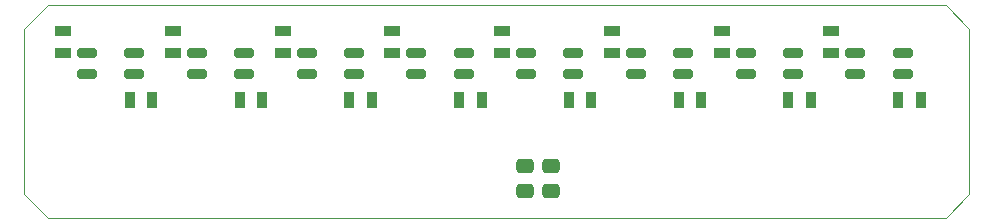
<source format=gbr>
%TF.GenerationSoftware,KiCad,Pcbnew,(7.0.0)*%
%TF.CreationDate,2023-10-30T21:48:48-03:00*%
%TF.ProjectId,QRE1113_Line_Sensors_x8,51524531-3131-4335-9f4c-696e655f5365,rev?*%
%TF.SameCoordinates,Original*%
%TF.FileFunction,Paste,Bot*%
%TF.FilePolarity,Positive*%
%FSLAX46Y46*%
G04 Gerber Fmt 4.6, Leading zero omitted, Abs format (unit mm)*
G04 Created by KiCad (PCBNEW (7.0.0)) date 2023-10-30 21:48:48*
%MOMM*%
%LPD*%
G01*
G04 APERTURE LIST*
G04 Aperture macros list*
%AMRoundRect*
0 Rectangle with rounded corners*
0 $1 Rounding radius*
0 $2 $3 $4 $5 $6 $7 $8 $9 X,Y pos of 4 corners*
0 Add a 4 corners polygon primitive as box body*
4,1,4,$2,$3,$4,$5,$6,$7,$8,$9,$2,$3,0*
0 Add four circle primitives for the rounded corners*
1,1,$1+$1,$2,$3*
1,1,$1+$1,$4,$5*
1,1,$1+$1,$6,$7*
1,1,$1+$1,$8,$9*
0 Add four rect primitives between the rounded corners*
20,1,$1+$1,$2,$3,$4,$5,0*
20,1,$1+$1,$4,$5,$6,$7,0*
20,1,$1+$1,$6,$7,$8,$9,0*
20,1,$1+$1,$8,$9,$2,$3,0*%
G04 Aperture macros list end*
%ADD10R,0.889000X1.397000*%
%ADD11RoundRect,0.197500X-0.632500X0.197500X-0.632500X-0.197500X0.632500X-0.197500X0.632500X0.197500X0*%
%ADD12RoundRect,0.250000X0.475000X-0.337500X0.475000X0.337500X-0.475000X0.337500X-0.475000X-0.337500X0*%
%ADD13R,1.397000X0.889000*%
%TA.AperFunction,Profile*%
%ADD14C,0.100000*%
%TD*%
G04 APERTURE END LIST*
D10*
%TO.C,R14*%
X147520849Y-63999999D03*
X149425849Y-63999999D03*
%TD*%
D11*
%TO.C,U8*%
X125322499Y-60040000D03*
X129322499Y-60040000D03*
X129322499Y-61840000D03*
X125322499Y-61840000D03*
%TD*%
D10*
%TO.C,R16*%
X128936998Y-63999999D03*
X130841998Y-63999999D03*
%TD*%
D11*
%TO.C,U1*%
X190365970Y-60040000D03*
X194365970Y-60040000D03*
X194365970Y-61840000D03*
X190365970Y-61840000D03*
%TD*%
D12*
%TO.C,C1*%
X164600000Y-71680000D03*
X164600000Y-69605000D03*
%TD*%
D13*
%TO.C,R12*%
X123299999Y-58134999D03*
X123299999Y-60039999D03*
%TD*%
D11*
%TO.C,U6*%
X143906350Y-60040000D03*
X147906350Y-60040000D03*
X147906350Y-61840000D03*
X143906350Y-61840000D03*
%TD*%
D10*
%TO.C,R8*%
X166104697Y-63999999D03*
X168009697Y-63999999D03*
%TD*%
D13*
%TO.C,R2*%
X179035709Y-58134999D03*
X179035709Y-60039999D03*
%TD*%
%TO.C,R4*%
X160457139Y-58134999D03*
X160457139Y-60039999D03*
%TD*%
D10*
%TO.C,R6*%
X184688545Y-63999999D03*
X186593545Y-63999999D03*
%TD*%
D11*
%TO.C,U4*%
X162490198Y-60040000D03*
X166490198Y-60040000D03*
X166490198Y-61840000D03*
X162490198Y-61840000D03*
%TD*%
%TO.C,U7*%
X134614426Y-60040000D03*
X138614426Y-60040000D03*
X138614426Y-61840000D03*
X134614426Y-61840000D03*
%TD*%
D13*
%TO.C,R3*%
X169746424Y-58134999D03*
X169746424Y-60039999D03*
%TD*%
D10*
%TO.C,R15*%
X138228925Y-63999999D03*
X140133925Y-63999999D03*
%TD*%
D11*
%TO.C,U3*%
X171782122Y-60040000D03*
X175782122Y-60040000D03*
X175782122Y-61840000D03*
X171782122Y-61840000D03*
%TD*%
D10*
%TO.C,R13*%
X156812773Y-63999999D03*
X158717773Y-63999999D03*
%TD*%
D13*
%TO.C,R9*%
X151167854Y-58134999D03*
X151167854Y-60039999D03*
%TD*%
%TO.C,R10*%
X141878569Y-58134999D03*
X141878569Y-60039999D03*
%TD*%
%TO.C,R1*%
X188324999Y-58134999D03*
X188324999Y-60039999D03*
%TD*%
%TO.C,R11*%
X132589284Y-58134999D03*
X132589284Y-60039999D03*
%TD*%
D10*
%TO.C,R5*%
X193980469Y-63999999D03*
X195885469Y-63999999D03*
%TD*%
D12*
%TO.C,C3*%
X162430000Y-71680000D03*
X162430000Y-69605000D03*
%TD*%
D10*
%TO.C,R7*%
X175396621Y-63999999D03*
X177301621Y-63999999D03*
%TD*%
D11*
%TO.C,U2*%
X181074046Y-60040000D03*
X185074046Y-60040000D03*
X185074046Y-61840000D03*
X181074046Y-61840000D03*
%TD*%
%TO.C,U5*%
X153198274Y-60040000D03*
X157198274Y-60040000D03*
X157198274Y-61840000D03*
X153198274Y-61840000D03*
%TD*%
D14*
X200000000Y-58000000D02*
X200000000Y-72000000D01*
X120000000Y-58000000D02*
X122000000Y-56000000D01*
X198000000Y-74000000D02*
X122000000Y-74000000D01*
X120000000Y-72000000D02*
X120000000Y-58000000D01*
X122000000Y-74000000D02*
X120000000Y-72000000D01*
X122000000Y-56000000D02*
X198000000Y-56000000D01*
X200000000Y-72000000D02*
X198000000Y-74000000D01*
X198000000Y-56000000D02*
X200000000Y-58000000D01*
M02*

</source>
